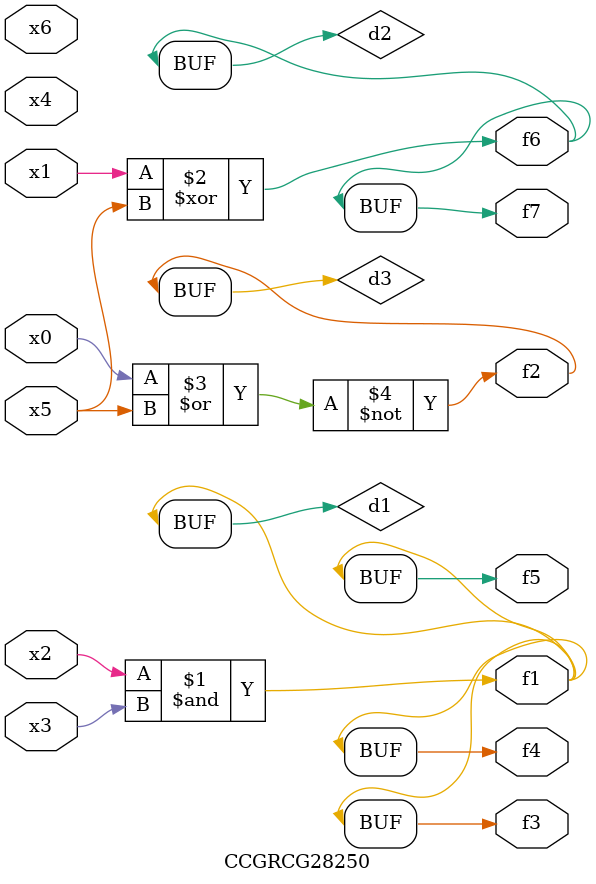
<source format=v>
module CCGRCG28250(
	input x0, x1, x2, x3, x4, x5, x6,
	output f1, f2, f3, f4, f5, f6, f7
);

	wire d1, d2, d3;

	and (d1, x2, x3);
	xor (d2, x1, x5);
	nor (d3, x0, x5);
	assign f1 = d1;
	assign f2 = d3;
	assign f3 = d1;
	assign f4 = d1;
	assign f5 = d1;
	assign f6 = d2;
	assign f7 = d2;
endmodule

</source>
